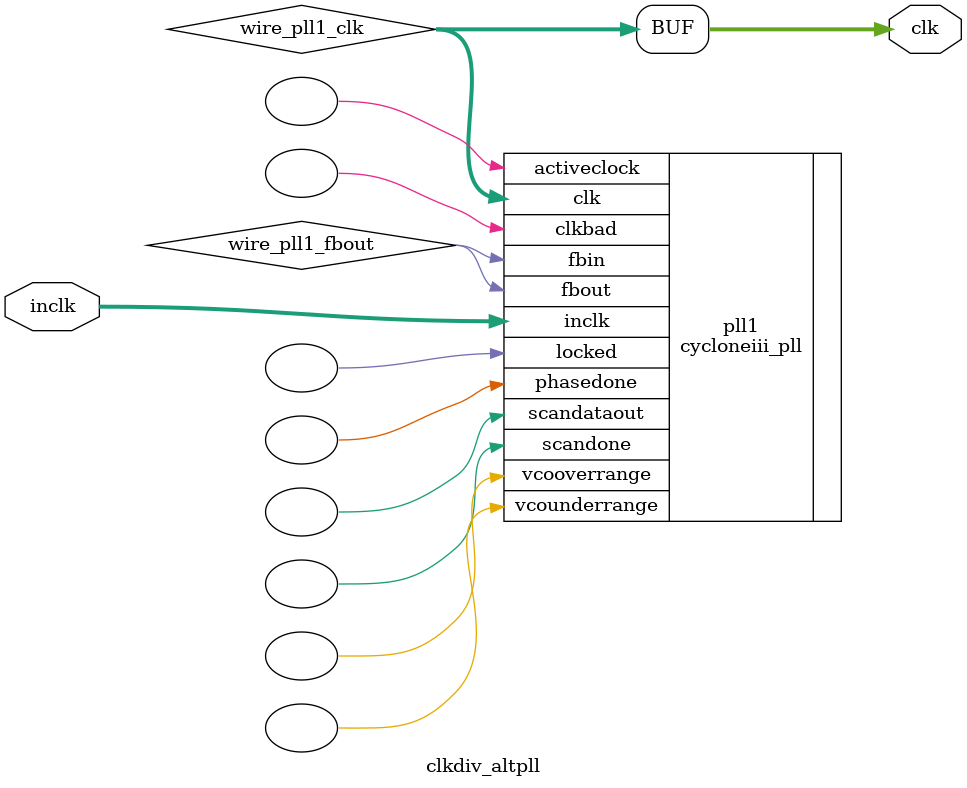
<source format=v>






//synthesis_resources = cycloneiii_pll 1 
//synopsys translate_off
`timescale 1 ps / 1 ps
//synopsys translate_on
module  clkdiv_altpll
	( 
	clk,
	inclk) /* synthesis synthesis_clearbox=1 */;
	output   [4:0]  clk;
	input   [1:0]  inclk;
`ifndef ALTERA_RESERVED_QIS
// synopsys translate_off
`endif
	tri0   [1:0]  inclk;
`ifndef ALTERA_RESERVED_QIS
// synopsys translate_on
`endif

	wire  [4:0]   wire_pll1_clk;
	wire  wire_pll1_fbout;

	cycloneiii_pll   pll1
	( 
	.activeclock(),
	.clk(wire_pll1_clk),
	.clkbad(),
	.fbin(wire_pll1_fbout),
	.fbout(wire_pll1_fbout),
	.inclk(inclk),
	.locked(),
	.phasedone(),
	.scandataout(),
	.scandone(),
	.vcooverrange(),
	.vcounderrange()
	`ifndef FORMAL_VERIFICATION
	// synopsys translate_off
	`endif
	,
	.areset(1'b0),
	.clkswitch(1'b0),
	.configupdate(1'b0),
	.pfdena(1'b1),
	.phasecounterselect({3{1'b0}}),
	.phasestep(1'b0),
	.phaseupdown(1'b0),
	.scanclk(1'b0),
	.scanclkena(1'b1),
	.scandata(1'b0)
	`ifndef FORMAL_VERIFICATION
	// synopsys translate_on
	`endif
	);
	defparam
		pll1.bandwidth_type = "auto",
		pll1.clk0_divide_by = 2,
		pll1.clk0_duty_cycle = 50,
		pll1.clk0_multiply_by = 1,
		pll1.clk0_phase_shift = "0",
		pll1.compensate_clock = "clk0",
		pll1.inclk0_input_frequency = 20000,
		pll1.operation_mode = "normal",
		pll1.pll_type = "auto",
		pll1.lpm_type = "cycloneiii_pll";
	assign
		clk = {wire_pll1_clk[4:0]};
endmodule //clkdiv_altpll
//VALID FILE

</source>
